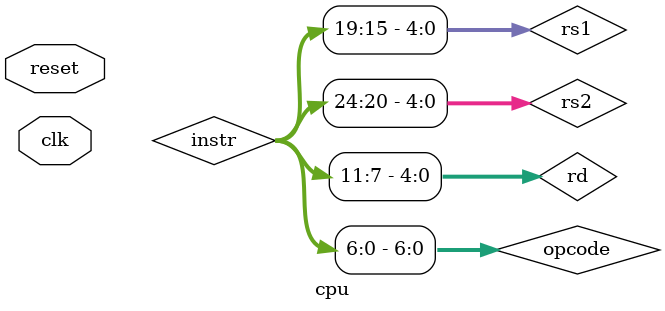
<source format=v>
module cpu (
    input wire clk,
    input wire reset
);
    // === PC ===
    wire [31:0] pc_out;
    wire [31:0] pc_plus_4 = pc_out + 4;
    wire [31:0] pc_branch = pc_out + imm;
    wire pc_src = Branch & alu_zero;
    wire [31:0] pc_jal = pc_out + imm;
    wire [31:0] pc_next = (Jump) ? pc_jal : (pc_src ? pc_branch : pc_plus_4);

    pc pc_inst (
        .clk(clk),
        .reset(reset),
        .pc_next(pc_next),
        .pc_out(pc_out)
    );

    // === Instruction Memory ===
    wire [31:0] instr;
    instr_mem instr_mem_inst (
        .addr(pc_out),
        .instr(instr)
    );

    // === Instruction Decode ===
    wire [6:0] opcode = instr[6:0];
    wire [2:0] funct3 = instr[14:12];
    wire [6:0] funct7 = instr[31:25];
    wire [4:0] rs1 = instr[19:15];
    wire [4:0] rs2 = instr[24:20];
    wire [4:0] rd  = instr[11:7];

    // === Control Signals ===
    wire RegWrite, MemRead, MemWrite, ALUSrc, MemToReg, Branch, Jump;
    wire [1:0] ALUOp;

    control control_inst (
        .opcode(opcode),
        .RegWrite(RegWrite),
        .MemRead(MemRead),
        .MemWrite(MemWrite),
        .ALUSrc(ALUSrc),
        .MemToReg(MemToReg),
        .Branch(Branch),
        .Jump(Jump),
        .ALUOp(ALUOp)
    );

    // === Register File ===
    wire [31:0] rd1, rd2, write_data;

    regfile regfile_inst (
        .clk(clk),
        .we(RegWrite),
        .rs1(rs1),
        .rs2(rs2),
        .rd(rd),
        .wd(write_data),
        .rd1(rd1),
        .rd2(rd2)
    );

    // === Immediate Generator ===
    wire [31:0] imm;
    imm_gen imm_gen_inst (
        .instr(instr),
        .imm(imm)
    );

    // === ALU Control ===
    wire [3:0] alu_ctrl;

    alu_control alu_control_inst (
        .ALUOp(ALUOp),
        .funct3(funct3),
        .funct7(funct7),
        .alu_ctrl(alu_ctrl)
    );

    // === ALU ===
    wire [31:0] alu_src_b = (ALUSrc) ? imm : rd2;
    wire [31:0] alu_result;
    wire alu_zero;

    alu alu_inst (
        .a(rd1),
        .b(alu_src_b),
        .alu_ctrl(alu_ctrl),
        .result(alu_result),
        .zero(alu_zero)
    );

    // === Data Memory ===
    wire [31:0] mem_data_out;

    data_mem data_mem_inst (
        .clk(clk),
        .addr(alu_result),
        .write_data(rd2),
        .mem_read(MemRead),
        .mem_write(MemWrite),
        .read_data(mem_data_out)
    );

    // === Write Back MUX ===
    wire [31:0] write_back_pre = (MemToReg) ? mem_data_out : alu_result;
    wire [31:0] write_back = (Jump) ? pc_plus_4 : write_back_pre;

    // Connect write_back to regfile
    assign regfile_inst.wd = write_back;

    // === Branch & Jump PC Logic ===
    wire take_branch = Branch && alu_zero;
    wire [31:0] pc_branch = pc_out + imm;       // For beq/bne
    wire [31:0] pc_jump = pc_out + imm;         // For jal
    wire [31:0] pc_jalr = (rd1 + imm) & ~32'b1; // For jalr

    assign pc_next =
        (Jump && opcode == 7'b1100111) ? pc_jalr   : // jalr
        (Jump && opcode == 7'b1101111) ? pc_jump   : // jal
        (take_branch)                  ? pc_branch :
                                         pc_out + 4;

    always @(posedge clk) begin
    $display("PC=%h | instr=%h | rd1=%h | rd2=%h | imm=%h | alu_result=%h | wd=%h",
             pc_out, instr, rd1, rd2, imm, alu_result, write_data);
    end

endmodule

</source>
